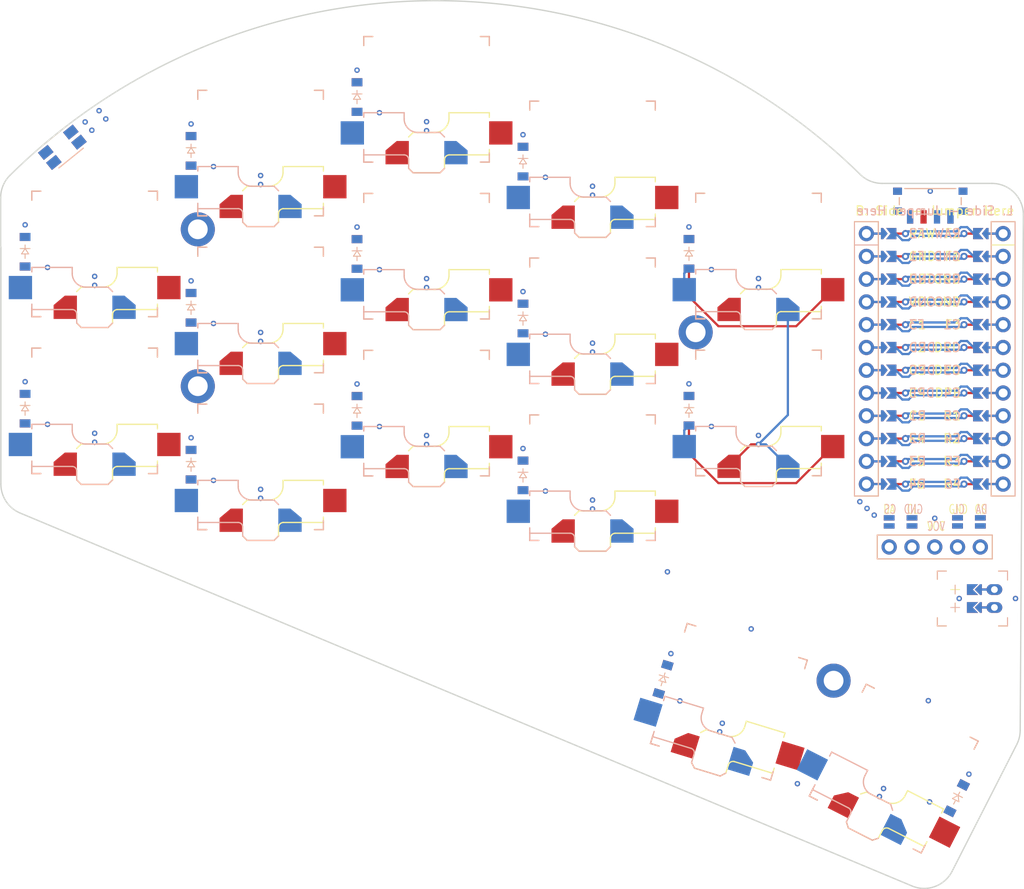
<source format=kicad_pcb>
(kicad_pcb (version 20211014) (generator pcbnew)
  (title_block (title "snak") (rev "0.2.1") (company "JackMatanky"))
  (layers (0 "F.Cu" signal) (31 "B.Cu" signal) (34 "B.Paste" user) (35 "F.Paste" user) (36 "B.SilkS" user "B.Silkscreen") (37 "F.SilkS" user "F.Silkscreen") (38 "B.Mask" user) (39 "F.Mask" user) (44 "Edge.Cuts" user))
  (net 0 "")
  (net 1 "C1")
  (net 2 "pinky_mid")
  (net 3 "pinky_top")
  (net 4 "ring_bot")
  (net 5 "C2")
  (net 6 "ring_mid")
  (net 7 "ring_top")
  (net 8 "middle_bot")
  (net 9 "C3")
  (net 10 "middle_mid")
  (net 11 "middle_top")
  (net 12 "index_bot")
  (net 13 "C4")
  (net 14 "index_mid")
  (net 15 "index_top")
  (net 16 "C5")
  (net 17 "inner_mid")
  (net 18 "inner_top")
  (net 19 "out_home")
  (net 20 "in_home")
  (net 21 "R2")
  (net 22 "R1")
  (net 23 "R3")
  (net 24 "R4")
  (net 25 "RAW")
  (net 26 "GND")
  (net 27 "RST")
  (net 28 "VCC")
  (net 29 "F4")
  (net 30 "F5")
  (net 31 "F6")
  (net 32 "F2")
  (net 33 "F1")
  (net 34 "F3")
  (net 35 "DPD")
  (net 36 "DPC")
  (net 37 "DPE")
  (net 38 "MCU1_24")
  (net 39 "MCU1_1")
  (net 40 "MCU1_23")
  (net 41 "MCU1_2")
  (net 42 "MCU1_22")
  (net 43 "MCU1_3")
  (net 44 "MCU1_21")
  (net 45 "MCU1_4")
  (net 46 "MCU1_20")
  (net 47 "MCU1_5")
  (net 48 "MCU1_19")
  (net 49 "MCU1_6")
  (net 50 "MCU1_18")
  (net 51 "MCU1_7")
  (net 52 "MCU1_17")
  (net 53 "MCU1_8")
  (net 54 "MCU1_16")
  (net 55 "MCU1_9")
  (net 56 "MCU1_15")
  (net 57 "MCU1_10")
  (net 58 "MCU1_14")
  (net 59 "MCU1_11")
  (net 60 "MCU1_13")
  (net 61 "MCU1_12")
  (net 62 "DISP1_1")
  (net 63 "DISP1_2")
  (net 64 "DISP1_4")
  (net 65 "DISP1_5")
  (net 66 "pos")
  (net 67 "JST1_1")
  (net 68 "JST1_2")
  (footprint "nice_nano" (layer "F.Cu") (at 193.65 75.430714)
    (fp_text reference "MCU1" hide)
    (fp_text value "")
  )
  (footprint "VIA-0.6mm" (layer "F.Cu") (at 118.5 73.75)
    (fp_text reference "REF**" hide)
    (fp_text value "VIA-0.6mm" hide)
  )
  (footprint "VIA-0.6mm" (layer "F.Cu") (at 113.25 55.25)
    (fp_text reference "REF**" hide)
    (fp_text value "VIA-0.6mm" hide)
  )
  (footprint "PG1350" (layer "F.Cu") (at 174 65.235714 180)
    (fp_text reference "S13" hide)
    (fp_text value "")
  )
  (footprint "VIA-0.6mm" (layer "F.Cu") (at 169.969071 117.340762 -17)
    (fp_text reference "REF**" hide)
    (fp_text value "VIA-0.6mm" hide)
  )
  (footprint "VIA-0.6mm" (layer "F.Cu") (at 186.9 94.130714)
    (fp_text reference "REF**" hide)
    (fp_text value "VIA-0.6mm" hide)
  )
  (footprint "PG1350" (layer "F.Cu") (at 118.5 53.75 180)
    (fp_text reference "S5" hide)
    (fp_text value "")
  )
  (footprint "power_switch" (layer "F.Cu") (at 193.15 59.130714 90)
    (fp_text reference "SW1" hide)
    (fp_text value "")
  )
  (footprint "PG1350" (layer "F.Cu") (at 155.5 72.45 180)
    (fp_text reference "S10" hide)
    (fp_text value "")
  )
  (footprint "PG1350" (layer "F.Cu") (at 155.5 89.95 180)
    (fp_text reference "S9" hide)
    (fp_text value "")
  )
  (footprint "VIA-0.6mm" (layer "F.Cu") (at 193.15 57.993214 90)
    (fp_text reference "REF**" hide)
    (fp_text value "VIA-0.6mm" hide)
  )
  (footprint "VIA-0.6mm" (layer "F.Cu") (at 166.25 61.985714)
    (fp_text reference "REF**" hide)
    (fp_text value "VIA-0.6mm" hide)
  )
  (footprint "VIA-0.6mm" (layer "F.Cu") (at 137 85.25)
    (fp_text reference "REF**" hide)
    (fp_text value "VIA-0.6mm" hide)
  )
  (footprint "ComboDiode" (layer "F.Cu") (at 163.361731 112.445043 -107)
    (fp_text reference "D14" hide)
    (fp_text value "" hide)
  )
  (footprint "VIA-0.6mm" (layer "F.Cu") (at 137 67.75)
    (fp_text reference "REF**" hide)
    (fp_text value "VIA-0.6mm" hide)
  )
  (footprint "VIA-0.6mm" (layer "F.Cu") (at 193.65 94.480714)
    (fp_text reference "REF**" hide)
    (fp_text value "VIA-0.6mm" hide)
  )
  (footprint "VIA-0.6mm" (layer "F.Cu") (at 163.85 100.45)
    (fp_text reference "REF**" hide)
    (fp_text value "VIA-0.6mm" hide)
  )
  (footprint "VIA-0.6mm" (layer "F.Cu") (at 113.25 72.75)
    (fp_text reference "REF**" hide)
    (fp_text value "VIA-0.6mm" hide)
  )
  (footprint "VIA-0.6mm" (layer "F.Cu") (at 101.243035 49.94381 129)
    (fp_text reference "REF**" hide)
    (fp_text value "VIA-0.6mm" hide)
  )
  (footprint "VIA-0.6mm" (layer "F.Cu") (at 137 51.25)
    (fp_text reference "REF**" hide)
    (fp_text value "VIA-0.6mm" hide)
  )
  (footprint "VIA-0.6mm" (layer "F.Cu") (at 118.5 92.25)
    (fp_text reference "REF**" hide)
    (fp_text value "VIA-0.6mm" hide)
  )
  (footprint "VIA-0.6mm" (layer "F.Cu") (at 150.25 73.95)
    (fp_text reference "REF**" hide)
    (fp_text value "VIA-0.6mm" hide)
  )
  (footprint "VIA-0.6mm" (layer "F.Cu") (at 147.75 51.7)
    (fp_text reference "REF**" hide)
    (fp_text value "VIA-0.6mm" hide)
  )
  (footprint "ComboDiode" (layer "F.Cu") (at 166.25 82.485714 -90)
    (fp_text reference "D12" hide)
    (fp_text value "" hide)
  )
  (footprint "VIA-0.6mm" (layer "F.Cu") (at 118.5 74.75)
    (fp_text reference "REF**" hide)
    (fp_text value "VIA-0.6mm" hide)
  )
  (footprint "ComboDiode" (layer "F.Cu") (at 129.25 65 -90)
    (fp_text reference "D7" hide)
    (fp_text value "" hide)
  )
  (footprint "VIA-0.6mm" (layer "F.Cu") (at 166.25 79.485714)
    (fp_text reference "REF**" hide)
    (fp_text value "VIA-0.6mm" hide)
  )
  (footprint "nice!view" (layer "F.Cu") (at 193.65 80.980714)
    (fp_text reference "DISP1" hide)
    (fp_text value "")
  )
  (footprint "VIA-0.6mm" (layer "F.Cu") (at 129.25 44.5)
    (fp_text reference "REF**" hide)
    (fp_text value "VIA-0.6mm" hide)
  )
  (footprint "VIA-0.6mm" (layer "F.Cu") (at 164.238846 109.576129 -17)
    (fp_text reference "REF**" hide)
    (fp_text value "VIA-0.6mm" hide)
  )
  (footprint "PG1350" (layer "F.Cu") (at 170.7 114.95 163)
    (fp_text reference "S14" hide)
    (fp_text value "")
  )
  (footprint "VIA-0.6mm" (layer "F.Cu") (at 94.75 84)
    (fp_text reference "REF**" hide)
    (fp_text value "VIA-0.6mm" hide)
  )
  (footprint "VIA-0.6mm" (layer "F.Cu") (at 187.940392 124.625391 -27)
    (fp_text reference "REF**" hide)
    (fp_text value "VIA-0.6mm" hide)
  )
  (footprint "sw_reset_side" (layer "F.Cu") (at 96.4 53.1 129)
    (fp_text reference "SW2" hide)
    (fp_text value "")
  )
  (footprint "VIA-0.6mm" (layer "F.Cu") (at 100 68.5)
    (fp_text reference "REF**" hide)
    (fp_text value "VIA-0.6mm" hide)
  )
  (footprint "mounting_hole" (layer "F.Cu") (at 182.374065 112.593533 -17)
    (fp_text reference "H4" hide)
    (fp_text value "")
  )
  (footprint "VIA-0.6mm" (layer "F.Cu") (at 155.5 93.45)
    (fp_text reference "REF**" hide)
    (fp_text value "VIA-0.6mm" hide)
  )
  (footprint "VIA-0.6mm" (layer "F.Cu") (at 155.5 57.45)
    (fp_text reference "REF**" hide)
    (fp_text value "VIA-0.6mm" hide)
  )
  (footprint "VIA-0.6mm" (layer "F.Cu") (at 129.25 79.5)
    (fp_text reference "REF**" hide)
    (fp_text value "VIA-0.6mm" hide)
  )
  (footprint "VIA-0.6mm" (layer "F.Cu") (at 94.75 66.5)
    (fp_text reference "REF**" hide)
    (fp_text value "VIA-0.6mm" hide)
  )
  (footprint "PG1350" (layer "F.Cu") (at 100 65 180)
    (fp_text reference "S2" hide)
    (fp_text value "")
  )
  (footprint "VIA-0.6mm" (layer "F.Cu") (at 110.75 85.5)
    (fp_text reference "REF**" hide)
    (fp_text value "VIA-0.6mm" hide)
  )
  (footprint "VIA-0.6mm" (layer "F.Cu") (at 196.375 103.430714 -90)
    (fp_text reference "REF**" hide)
    (fp_text value "VIA-0.6mm" hide)
  )
  (footprint "ComboDiode" (layer "F.Cu") (at 147.75 72.2 -90)
    (fp_text reference "D10" hide)
    (fp_text value "" hide)
  )
  (footprint "ComboDiode" (layer "F.Cu") (at 147.75 54.7 -90)
    (fp_text reference "D11" hide)
    (fp_text value "" hide)
  )
  (footprint "mounting_hole" (layer "F.Cu") (at 111.5 62.25)
    (fp_text reference "H1" hide)
    (fp_text value "")
  )
  (footprint "VIA-0.6mm" (layer "F.Cu") (at 98.939852 50.277647 129)
    (fp_text reference "REF**" hide)
    (fp_text value "VIA-0.6mm" hide)
  )
  (footprint "VIA-0.6mm" (layer "F.Cu") (at 113.25 90.25)
    (fp_text reference "REF**" hide)
    (fp_text value "VIA-0.6mm" hide)
  )
  (footprint "VIA-0.6mm" (layer "F.Cu") (at 155.5 74.95)
    (fp_text reference "REF**" hide)
    (fp_text value "VIA-0.6mm" hide)
  )
  (footprint "PG1350" (layer "F.Cu") (at 189.075368 122.397875 153)
    (fp_text reference "S15" hide)
    (fp_text value "")
  )
  (footprint "PG1350" (layer "F.Cu") (at 100 82.5 180)
    (fp_text reference "S1" hide)
    (fp_text value "")
  )
  (footprint "VIA-0.6mm" (layer "F.Cu") (at 100 86)
    (fp_text reference "REF**" hide)
    (fp_text value "VIA-0.6mm" hide)
  )
  (footprint "VIA-0.6mm" (layer "F.Cu") (at 174 86.235714)
    (fp_text reference "REF**" hide)
    (fp_text value "VIA-0.6mm" hide)
  )
  (footprint "VIA-0.6mm" (layer "F.Cu") (at 100.494144 49.019006 129)
    (fp_text reference "REF**" hide)
    (fp_text value "VIA-0.6mm" hide)
  )
  (footprint "VIA-0.6mm" (layer "F.Cu") (at 131.75 84.25)
    (fp_text reference "REF**" hide)
    (fp_text value "VIA-0.6mm" hide)
  )
  (footprint "JST_PH_S2B-PH-K" (layer "F.Cu") (at 200.3 103.430714 -90)
    (fp_text reference "JST1" hide)
    (fp_text value "")
  )
  (footprint "VIA-0.6mm" (layer "F.Cu") (at 137 86.25)
    (fp_text reference "REF**" hide)
    (fp_text value "VIA-0.6mm" hide)
  )
  (footprint "VIA-0.6mm" (layer "F.Cu") (at 110.75 68)
    (fp_text reference "REF**" hide)
    (fp_text value "VIA-0.6mm" hide)
  )
  (footprint "ComboDiode" (layer "F.Cu") (at 110.75 71 -90)
    (fp_text reference "D4" hide)
    (fp_text value "" hide)
  )
  (footprint "VIA-0.6mm" (layer "F.Cu") (at 197.456138 123.02053 -27)
    (fp_text reference "REF**" hide)
    (fp_text value "VIA-0.6mm" hide)
  )
  (footprint "VIA-0.6mm" (layer "F.Cu") (at 178.338724 124.082389 -17)
    (fp_text reference "REF**" hide)
    (fp_text value "VIA-0.6mm" hide)
  )
  (footprint "VIA-0.6mm" (layer "F.Cu") (at 193.072167 126.117834 -27)
    (fp_text reference "REF**" hide)
    (fp_text value "VIA-0.6mm" hide)
  )
  (footprint "VIA-0.6mm" (layer "F.Cu") (at 100 67.5)
    (fp_text reference "REF**" hide)
    (fp_text value "VIA-0.6mm" hide)
  )
  (footprint "VIA-0.6mm" (layer "F.Cu") (at 155.5 92.45)
    (fp_text reference "REF**" hide)
    (fp_text value "VIA-0.6mm" hide)
  )
  (footprint "PG1350" (layer "F.Cu") (at 155.5 54.95 180)
    (fp_text reference "S11" hide)
    (fp_text value "")
  )
  (footprint "mounting_hole" (layer "F.Cu") (at 167 73.735714)
    (fp_text reference "H3" hide)
    (fp_text value "")
  )
  (footprint "PG1350" (layer "F.Cu") (at 118.5 88.75 180)
    (fp_text reference "S3" hide)
    (fp_text value "")
  )
  (footprint "VIA-0.6mm" (layer "F.Cu") (at 92.25 61.75)
    (fp_text reference "REF**" hide)
    (fp_text value "VIA-0.6mm" hide)
  )
  (footprint "VIA-0.6mm" (layer "F.Cu") (at 174 85.235714)
    (fp_text reference "REF**" hide)
    (fp_text value "VIA-0.6mm" hide)
  )
  (footprint "VIA-0.6mm" (layer "F.Cu") (at 100 85)
    (fp_text reference "REF**" hide)
    (fp_text value "VIA-0.6mm" hide)
  )
  (footprint "VIA-0.6mm" (layer "F.Cu") (at 168.75 84.235714)
    (fp_text reference "REF**" hide)
    (fp_text value "VIA-0.6mm" hide)
  )
  (footprint "ComboDiode" (layer "F.Cu") (at 166.25 64.985714 -90)
    (fp_text reference "D13" hide)
    (fp_text value "" hide)
  )
  (footprint "ComboDiode" (layer "F.Cu") (at 196.094167 125.693549 -117)
    (fp_text reference "D15" hide)
    (fp_text value "" hide)
  )
  (footprint "ComboDiode" (layer "F.Cu") (at 129.25 47.5 -90)
    (fp_text reference "D8" hide)
    (fp_text value "" hide)
  )
  (footprint "VIA-0.6mm" (layer "F.Cu") (at 147.75 69.2)
    (fp_text reference "REF**" hide)
    (fp_text value "VIA-0.6mm" hide)
  )
  (footprint "VIA-0.6mm" (layer "F.Cu") (at 150.25 56.45)
    (fp_text reference "REF**" hide)
    (fp_text value "VIA-0.6mm" hide)
  )
  (footprint "VIA-0.6mm" (layer "F.Cu") (at 129.25 62)
    (fp_text reference "REF**" hide)
    (fp_text value "VIA-0.6mm" hide)
  )
  (footprint "ComboDiode" (layer "F.Cu") (at 110.75 53.5 -90)
    (fp_text reference "D5" hide)
    (fp_text value "" hide)
  )
  (footprint "VIA-0.6mm" (layer "F.Cu") (at 99.688743 51.20245 129)
    (fp_text reference "REF**" hide)
    (fp_text value "VIA-0.6mm" hide)
  )
  (footprint "ComboDiode" (layer "F.Cu") (at 110.75 88.5 -90)
    (fp_text reference "D3" hide)
    (fp_text value "" hide)
  )
  (footprint "VIA-0.6mm" (layer "F.Cu") (at 155.5 75.95)
    (fp_text reference "REF**" hide)
    (fp_text value "VIA-0.6mm" hide)
  )
  (footprint "PG1350" (layer "F.Cu") (at 118.5 71.25 180)
    (fp_text reference "S4" hide)
    (fp_text value "")
  )
  (footprint "PG1350" (layer "F.Cu") (at 137 82.75 180)
    (fp_text reference "S6" hide)
    (fp_text value "")
  )
  (footprint "VIA-0.6mm" (layer "F.Cu") (at 118.5 56.25)
    (fp_text reference "REF**" hide)
    (fp_text value "VIA-0.6mm" hide)
  )
  (footprint "VIA-0.6mm" (layer "F.Cu") (at 110.75 50.5)
    (fp_text reference "REF**" hide)
    (fp_text value "VIA-0.6mm" hide)
  )
  (footprint "VIA-0.6mm" (layer "F.Cu") (at 131.75 66.75)
    (fp_text reference "REF**" hide)
    (fp_text value "VIA-0.6mm" hide)
  )
  (footprint "VIA-0.6mm" (layer "F.Cu") (at 118.5 57.25)
    (fp_text reference "REF**" hide)
    (fp_text value "VIA-0.6mm" hide)
  )
  (footprint "PG1350" (layer "F.Cu") (at 137 65.25 180)
    (fp_text reference "S7" hide)
    (fp_text value "")
  )
  (footprint "ComboDiode" (layer "F.Cu") (at 92.25 64.75 -90)
    (fp_text reference "D2" hide)
    (fp_text value "" hide)
  )
  (footprint "ComboDiode" (layer "F.Cu") (at 129.25 82.5 -90)
    (fp_text reference "D6" hide)
    (fp_text value "" hide)
  )
  (footprint "VIA-0.6mm" (layer "F.Cu") (at 155.5 58.45)
    (fp_text reference "REF**" hide)
    (fp_text value "VIA-0.6mm" hide)
  )
  (footprint "VIA-0.6mm" (layer "F.Cu") (at 169.676699 118.297067 -17)
    (fp_text reference "REF**" hide)
    (fp_text value "VIA-0.6mm" hide)
  )
  (footprint "VIA-0.6mm" (layer "F.Cu") (at 92.25 79.25)
    (fp_text reference "REF**" hide)
    (fp_text value "VIA-0.6mm" hide)
  )
  (footprint "VIA-0.6mm" (layer "F.Cu") (at 137 50.25)
    (fp_text reference "REF**" hide)
    (fp_text value "VIA-0.6mm" hide)
  )
  (footprint "VIA-0.6mm" (layer "F.Cu") (at 118.5 91.25)
    (fp_text reference "REF**" hide)
    (fp_text value "VIA-0.6mm" hide)
  )
  (footprint "VIA-0.6mm" (layer "F.Cu") (at 202.65 103.430714 -90)
    (fp_text reference "REF**" hide)
    (fp_text value "VIA-0.6mm" hide)
  )
  (footprint "PG1350" (layer "F.Cu") (at 174 82.735714 180)
    (fp_text reference "S12" hide)
    (fp_text value "")
  )
  (footprint "VIA-0.6mm" (layer "F.Cu") (at 174 67.735714)
    (fp_text reference "REF**" hide)
    (fp_text value "VIA-0.6mm" hide)
  )
  (footprint "VIA-0.6mm" (layer "F.Cu") (at 173.18516 106.82141 -17)
    (fp_text reference "REF**" hide)
    (fp_text value "VIA-0.6mm" hide)
  )
  (footprint "VIA-0.6mm" (layer "F.Cu") (at 192.934288 114.824319 -27)
    (fp_text reference "REF**" hide)
    (fp_text value "VIA-0.6mm" hide)
  )
  (footprint "VIA-0.6mm" (layer "F.Cu") (at 150.25 91.45)
    (fp_text reference "REF**" hide)
    (fp_text value "VIA-0.6mm" hide)
  )
  (footprint "VIA-0.6mm" (layer "F.Cu") (at 186.1 93.380714)
    (fp_text reference "REF**" hide)
    (fp_text value "VIA-0.6mm" hide)
  )
  (footprint "ComboDiode" (layer "F.Cu") (at 147.75 89.7 -90)
    (fp_text reference "D9" hide)
    (fp_text value "" hide)
  )
  (footprint "VIA-0.6mm" (layer "F.Cu") (at 147.75 86.7)
    (fp_text reference "REF**" hide)
    (fp_text value "VIA-0.6mm" hide)
  )
  (footprint "VIA-0.6mm" (layer "F.Cu") (at 137 68.75)
    (fp_text reference "REF**" hide)
    (fp_text value "VIA-0.6mm" hide)
  )
  (footprint "VIA-0.6mm" (layer "F.Cu") (at 185.3 92.630714)
    (fp_text reference "REF**" hide)
    (fp_text value "VIA-0.6mm" hide)
  )
  (footprint "ComboDiode" (layer "F.Cu") (at 92.25 82.25 -90)
    (fp_text reference "D1" hide)
    (fp_text value "" hide)
  )
  (footprint "mounting_hole" (layer "F.Cu") (at 111.5 79.75)
    (fp_text reference "H2" hide)
    (fp_text value "")
  )
  (footprint "VIA-0.6mm" (layer "F.Cu") (at 187.486402 125.516397 -27)
    (fp_text reference "REF**" hide)
    (fp_text value "VIA-0.6mm" hide)
  )
  (footprint "VIA-0.6mm" (layer "F.Cu") (at 165.240843 114.849506 -17)
    (fp_text reference "REF**" hide)
    (fp_text value "VIA-0.6mm" hide)
  )
  (footprint "VIA-0.6mm" (layer "F.Cu") (at 174 68.735714)
    (fp_text reference "REF**" hide)
    (fp_text value "VIA-0.6mm" hide)
  )
  (footprint "VIA-0.6mm" (layer "F.Cu") (at 168.75 66.735714)
    (fp_text reference "REF**" hide)
    (fp_text value "VIA-0.6mm" hide)
  )
  (footprint "VIA-0.6mm" (layer "F.Cu") (at 131.75 49.25)
    (fp_text reference "REF**" hide)
    (fp_text value "VIA-0.6mm" hide)
  )
  (footprint "PG1350" (layer "F.Cu") (at 137 47.75 180)
    (fp_text reference "S8" hide)
    (fp_text value "")
  )
  (gr_arc (start 195.583627 133.85428) (mid 193.670659 135.551137) (end 191.114193 135.494096) (layer "Edge.Cuts") (width 0.15))
  (gr_line (start 202.790378 119.710234) (end 195.583627 133.85428) (layer "Edge.Cuts") (width 0.15))
  (gr_arc (start 90.565429 56.226968) (mid 137.928105 36.750037) (end 185.332163 56.126031) (layer "Edge.Cuts") (width 0.15))
  (gr_line (start 191.114193 135.494096) (end 91.699089 93.899171) (layer "Edge.Cuts") (width 0.15))
  (gr_arc (start 200.028236 57.130714) (mid 202.510769 58.163523) (end 203.528169 60.65241) (layer "Edge.Cuts") (width 0.15))
  (gr_arc (start 89.525 58.717052) (mid 89.795565 57.3677) (end 90.56543 56.226969) (layer "Edge.Cuts") (width 0.15))
  (gr_line (start 89.55 90.670388) (end 89.55 64.25) (layer "Edge.Cuts") (width 0.15))
  (gr_arc (start 203.171788 118.142963) (mid 203.072601 118.94887) (end 202.790378 119.710234) (layer "Edge.Cuts") (width 0.15))
  (gr_line (start 187.786423 57.130714) (end 200.028236 57.130714) (layer "Edge.Cuts") (width 0.15))
  (gr_line (start 89.525 64.25) (end 89.55 64.25) (layer "Edge.Cuts") (width 0.15))
  (gr_arc (start 187.786423 57.130714) (mid 186.460454 56.86982) (end 185.332163 56.126031) (layer "Edge.Cuts") (width 0.15))
  (gr_line (start 89.525 58.717052) (end 89.525 64.25) (layer "Edge.Cuts") (width 0.15))
  (gr_line (start 203.528169 60.65241) (end 203.171788 118.142963) (layer "Edge.Cuts") (width 0.15))
  (gr_arc (start 91.699089 93.899171) (mid 90.136395 92.609694) (end 89.55 90.670388) (layer "Edge.Cuts") (width 0.15))
  (segment (start 198.43 72.89) (end 196.91 72.89) (width 0.25) (layer "F.Cu") (net 1))
  (segment (start 196.66 73.14) (end 196.91 72.89) (width 0.25) (layer "B.Cu") (net 1))
  (segment (start 190.04 73.62) (end 190.74 73.62) (width 0.25) (layer "B.Cu") (net 1))
  (segment (start 189.31 72.89) (end 190.04 73.62) (width 0.25) (layer "B.Cu") (net 1))
  (segment (start 191.2 73.14) (end 196.66 73.14) (width 0.25) (layer "B.Cu") (net 1))
  (segment (start 191.11 73.23) (end 191.2 73.14) (width 0.25) (layer "B.Cu") (net 1))
  (segment (start 191.11 73.24) (end 191.11 73.23) (width 0.25) (layer "B.Cu") (net 1))
  (segment (start 190.74 73.62) (end 191.11 73.24) (width 0.25) (layer "B.Cu") (net 1))
  (segment (start 188.88 72.89) (end 189.31 72.89) (width 0.25) (layer "B.Cu") (net 1))
  (segment (start 198.43 75.43) (end 196.91 75.43) (width 0.25) (layer "F.Cu") (net 5))
  (segment (start 188.88 75.43) (end 189.31 75.43) (width 0.25) (layer "B.Cu") (net 5))
  (segment (start 190.74 76.16) (end 191.11 75.78) (width 0.25) (layer "B.Cu") (net 5))
  (segment (start 196.66 75.68) (end 196.91 75.43) (width 0.25) (layer "B.Cu") (net 5))
  (segment (start 191.2 75.68) (end 196.66 75.68) (width 0.25) (layer "B.Cu") (net 5))
  (segment (start 191.11 75.77) (end 191.2 75.68) (width 0.25) (layer "B.Cu") (net 5))
  (segment (start 190.04 76.16) (end 190.74 76.16) (width 0.25) (layer "B.Cu") (net 5))
  (segment (start 189.31 75.43) (end 190.04 76.16) (width 0.25) (layer "B.Cu") (net 5))
  (segment (start 191.11 75.78) (end 191.11 75.77) (width 0.25) (layer "B.Cu") (net 5))
  (segment (start 198.43 77.97) (end 196.91 77.97) (width 0.25) (layer "F.Cu") (net 9))
  (segment (start 191.11 78.32) (end 191.11 78.31) (width 0.25) (layer "B.Cu") (net 9))
  (segment (start 188.88 77.97) (end 189.31 77.97) (width 0.25) (layer "B.Cu") (net 9))
  (segment (start 190.74 78.7) (end 191.11 78.32) (width 0.25) (layer "B.Cu") (net 9))
  (segment (start 189.31 77.97) (end 190.04 78.7) (width 0.25) (layer "B.Cu") (net 9))
  (segment (start 191.2 78.22) (end 196.66 78.22) (width 0.25) (layer "B.Cu") (net 9))
  (segment (start 196.66 78.22) (end 196.91 77.97) (width 0.25) (layer "B.Cu") (net 9))
  (segment (start 190.04 78.7) (end 190.74 78.7) (width 0.25) (layer "B.Cu") (net 9))
  (segment (start 191.11 78.31) (end 191.2 78.22) (width 0.25) (layer "B.Cu") (net 9))
  (segment (start 198.43 80.51) (end 196.91 80.51) (width 0.25) (layer "F.Cu") (net 13))
  (segment (start 191.2 80.76) (end 196.66 80.76) (width 0.25) (layer "B.Cu") (net 13))
  (segment (start 196.66 80.76) (end 196.91 80.51) (width 0.25) (layer "B.Cu") (net 13))
  (segment (start 191.11 80.85) (end 191.2 80.76) (width 0.25) (layer "B.Cu") (net 13))
  (segment (start 191.11 80.86) (end 191.11 80.85) (width 0.25) (layer "B.Cu") (net 13))
  (segment (start 190.04 81.24) (end 190.74 81.24) (width 0.25) (layer "B.Cu") (net 13))
  (segment (start 188.88 80.51) (end 189.31 80.51) (width 0.25) (layer "B.Cu") (net 13))
  (segment (start 189.31 80.51) (end 190.04 81.24) (width 0.25) (layer "B.Cu") (net 13))
  (segment (start 190.74 81.24) (end 191.11 80.86) (width 0.25) (layer "B.Cu") (net 13))
  (segment (start 173.175 86.235714) (end 174 86.235714) (width 0.25) (layer "F.Cu") (net 16))
  (segment (start 198.43 83.05) (end 196.91 83.05) (width 0.25) (layer "F.Cu") (net 16))
  (segment (start 170.725 88.685714) (end 173.175 86.235714) (width 0.25) (layer "F.Cu") (net 16))
  (segment (start 191.11 83.4) (end 191.11 83.39) (width 0.25) (layer "B.Cu") (net 16))
  (segment (start 191.11 83.39) (end 191.2 83.3) (width 0.25) (layer "B.Cu") (net 16))
  (segment (start 190.04 83.78) (end 190.74 83.78) (width 0.25) (layer "B.Cu") (net 16))
  (segment (start 196.66 83.3) (end 196.91 83.05) (width 0.25) (layer "B.Cu") (net 16))
  (segment (start 177.275 88.685714) (end 174.825 86.235714) (width 0.25) (layer "B.Cu") (net 16))
  (segment (start 174.825 86.235714) (end 174 86.235714) (width 0.25) (layer "B.Cu") (net 16))
  (segment (start 174 86.235714) (end 177.275 82.960714) (width 0.25) (layer "B.Cu") (net 16))
  (segment (start 177.275 82.960714) (end 177.275 71.185714) (width 0.25) (layer "B.Cu") (net 16))
  (segment (start 189.31 83.05) (end 190.04 83.78) (width 0.25) (layer "B.Cu") (net 16))
  (segment (start 190.74 83.78) (end 191.11 83.4) (width 0.25) (layer "B.Cu") (net 16))
  (segment (start 188.88 83.05) (end 189.31 83.05) (width 0.25) (layer "B.Cu") (net 16))
  (segment (start 191.2 83.3) (end 196.66 83.3) (width 0.25) (layer "B.Cu") (net 16))
  (segment (start 166.25 87.270334) (end 166.25 84.135714) (width 0.25) (layer "F.Cu") (net 17))
  (segment (start 178.199999 90.560715) (end 169.540381 90.560715) (width 0.25) (layer "F.Cu") (net 17))
  (segment (start 169.540381 90.560715) (end 166.25 87.270334) (width 0.25) (layer "F.Cu") (net 17))
  (segment (start 182.275 86.485714) (end 178.199999 90.560715) (width 0.25) (layer "F.Cu") (net 17))
  (segment (start 165.725 84.660714) (end 166.25 84.135714) (width 0.25) (layer "B.Cu") (net 17))
  (segment (start 165.725 86.485714) (end 165.725 84.660714) (width 0.25) (layer "B.Cu") (net 17))
  (segment (start 182.275 68.985714) (end 178.199999 73.060715) (width 0.25) (layer "F.Cu") (net 18))
  (segment (start 178.199999 73.060715) (end 169.540381 73.060715) (width 0.25) (layer "F.Cu") (net 18))
  (segment (start 166.25 69.770334) (end 166.25 66.635714) (width 0.25) (layer "F.Cu") (net 18))
  (segment (start 169.540381 73.060715) (end 166.25 69.770334) (width 0.25) (layer "F.Cu") (net 18))
  (segment (start 165.725 68.985714) (end 165.725 67.160714) (width 0.25) (layer "B.Cu") (net 18))
  (segment (start 165.725 67.160714) (end 166.25 66.635714) (width 0.25) (layer "B.Cu") (net 18))
  (segment (start 188.88 85.59) (end 190.39 85.59) (width 0.25) (layer "F.Cu") (net 21))
  (segment (start 197.99 85.59) (end 197.26 84.87) (width 0.25) (layer "B.Cu") (net 21))
  (segment (start 190.64 85.34) (end 190.39 85.59) (width 0.25) (layer "B.Cu") (net 21))
  (segment (start 196.09 85.34) (end 190.64 85.34) (width 0.25) (layer "B.Cu") (net 21))
  (segment (start 198.43 85.59) (end 197.99 85.59) (width 0.25) (layer "B.Cu") (net 21))
  (segment (start 197.26 84.87) (end 196.56 84.87) (width 0.25) (layer "B.Cu") (net 21))
  (segment (start 196.56 84.87) (end 196.09 85.34) (width 0.25) (layer "B.Cu") (net 21))
  (segment (start 188.88 83.05) (end 190.39 83.05) (width 0.25) (layer "F.Cu") (net 22))
  (segment (start 198.43 83.05) (end 197.99 83.05) (width 0.25) (layer "B.Cu") (net 22))
  (segment (start 196.09 82.8) (end 190.64 82.8) (width 0.25) (layer "B.Cu") (net 22))
  (segment (start 197.99 83.05) (end 197.26 82.33) (width 0.25) (layer "B.Cu") (net 22))
  (segment (start 197.26 82.33) (end 196.56 82.33) (width 0.25) (layer "B.Cu") (net 22))
  (segment (start 190.64 82.8) (end 190.39 83.05) (width 0.25) (layer "B.Cu") (net 22))
  (segment (start 196.56 82.33) (end 196.09 82.8) (width 0.25) (layer "B.Cu") (net 22))
  (segment (start 188.88 88.13) (end 190.39 88.13) (width 0.25) (layer "F.Cu") (net 23))
  (segment (start 196.56 87.41) (end 196.09 87.88) (width 0.25) (layer "B.Cu") (net 23))
  (segment (start 198.43 88.13) (end 197.99 88.13) (width 0.25) (layer "B.Cu") (net 23))
  (segment (start 196.09 87.88) (end 190.64 87.88) (width 0.25) (layer "B.Cu") (net 23))
  (segment (start 190.64 87.88) (end 190.39 88.13) (width 0.25) (layer "B.Cu") (net 23))
  (segment (start 197.26 87.41) (end 196.56 87.41) (width 0.25) (layer "B.Cu") (net 23))
  (segment (start 197.99 88.13) (end 197.26 87.41) (width 0.25) (layer "B.Cu") (net 23))
  (segment (start 188.88 90.67) (end 190.39 90.67) (width 0.25) (layer "F.Cu") (net 24))
  (segment (start 190.64 90.42) (end 190.39 90.67) (width 0.25) (layer "B.Cu") (net 24))
  (segment (start 197.26 89.95) (end 196.56 89.95) (width 0.25) (layer "B.Cu") (net 24))
  (segment (start 198.43 90.67) (end 197.99 90.67) (width 0.25) (layer "B.Cu") (net 24))
  (segment (start 196.56 89.95) (end 196.09 90.42) (width 0.25) (layer "B.Cu") (net 24))
  (segment (start 196.09 90.42) (end 190.64 90.42) (width 0.25) (layer "B.Cu") (net 24))
  (segment (start 197.99 90.67) (end 197.26 89.95) (width 0.25) (layer "B.Cu") (net 24))
  (segment (start 198.43 62.73) (end 196.91 62.73) (width 0.25) (layer "F.Cu") (net 25))
  (segment (start 191.11 63.07) (end 191.2 62.98) (width 0.25) (layer "B.Cu") (net 25))
  (segment (start 196.66 62.98) (end 196.91 62.73) (width 0.25) (layer "B.Cu") (net 25))
  (segment (start 190.74 63.46) (end 191.11 63.08) (width 0.25) (layer "B.Cu") (net 25))
  (segment (start 188.88 62.73) (end 189.31 62.73) (width 0.25) (layer "B.Cu") (net 25))
  (segment (start 189.31 62.73) (end 190.04 63.46) (width 0.25) (layer "B.Cu") (net 25))
  (segment (start 191.2 62.98) (end 196.66 62.98) (width 0.25) (layer "B.Cu") (net 25))
  (segment (start 190.04 63.46) (end 190.74 63.46) (width 0.25) (layer "B.Cu") (net 25))
  (segment (start 191.11 63.08) (end 191.11 63.07) (width 0.25) (layer "B.Cu") (net 25))
  (segment (start 188.88 70.35) (end 190.39 70.35) (width 0.25) (layer "F.Cu") (net 26))
  (segment (start 188.88 67.81) (end 190.39 67.81) (width 0.25) (layer "F.Cu") (net 26))
  (segment (start 198.43 65.27) (end 196.91 65.27) (width 0.25) (layer "F.Cu") (net 26))
  (segment (start 196.56 67.09) (end 196.09 67.56) (width 0.25) (layer "B.Cu") (net 26))
  (segment (start 191.11 65.62) (end 191.11 65.61) (width 0.25) (layer "B.Cu") (net 26))
  (segment (start 197.26 69.63) (end 196.56 69.63) (width 0.25) (layer "B.Cu") (net 26))
  (segment (start 197.26 67.09) (end 196.56 67.09) (width 0.25) (layer "B.Cu") (net 26))
  (segment (start 189.31 65.27) (end 190.04 66) (width 0.25) (layer "B.Cu") (net 26))
  (segment (start 197.99 67.81) (end 197.26 67.09) (width 0.25) (layer "B.Cu") (net 26))
  (segment (start 191.2 65.52) (end 196.66 65.52) (width 0.25) (layer "B.Cu") (net 26))
  (segment (start 197.99 70.35) (end 197.26 69.63) (width 0.25) (layer "B.Cu") (net 26))
  (segment (start 198.43 70.35) (end 197.99 70.35) (width 0.25) (layer "B.Cu") (net 26))
  (segment (start 191.11 65.61) (end 191.2 65.52) (width 0.25) (layer "B.Cu") (net 26))
  (segment (start 196.66 65.52) (end 196.91 65.27) (width 0.25) (layer "B.Cu") (net 26))
  (segment (start 196.56 69.63) (end 196.09 70.1) (width 0.25) (layer "B.Cu") (net 26))
  (segment (start 190.04 66) (end 190.74 66) (width 0.25) (layer "B.Cu") (net 26))
  (segment (start 190.64 67.56) (end 190.39 67.81) (width 0.25) (layer "B.Cu") (net 26))
  (segment (start 188.88 65.27) (end 189.31 65.27) (width 0.25) (layer "B.Cu") (net 26))
  (segment (start 190.64 70.1) (end 190.39 70.35) (width 0.25) (layer "B.Cu") (net 26))
  (segment (start 190.74 66) (end 191.11 65.62) (width 0.25) (layer "B.Cu") (net 26))
  (segment (start 196.09 67.56) (end 190.64 67.56) (width 0.25) (layer "B.Cu") (net 26))
  (segment (start 196.09 70.1) (end 190.64 70.1) (width 0.25) (layer "B.Cu") (net 26))
  (segment (start 198.43 67.81) (end 197.99 67.81) (width 0.25) (layer "B.Cu") (net 26))
  (segment (start 198.43 67.81) (end 196.91 67.81) (width 0.25) (layer "F.Cu") (net 27))
  (segment (start 191.11 68.16) (end 191.11 68.15) (width 0.25) (layer "B.Cu") (net 27))
  (segment (start 191.11 68.15) (end 191.2 68.06) (width 0.25) (layer "B.Cu") (net 27))
  (segment (start 190.74 68.54) (end 191.11 68.16) (width 0.25) (layer "B.Cu") (net 27))
  (segment (start 196.66 68.06) (end 196.91 67.81) (width 0.25) (layer "B.Cu") (net 27))
  (segment (start 188.88 67.81) (end 189.31 67.81) (width 0.25) (layer "B.Cu") (net 27))
  (segment (start 191.2 68.06) (end 196.66 68.06) (width 0.25) (layer "B.Cu") (net 27))
  (segment (start 189.31 67.81) (end 190.04 68.54) (width 0.25) (layer "B.Cu") (net 27))
  (segment (start 190.04 68.54) (end 190.74 68.54) (width 0.25) (layer "B.Cu") (net 27))
  (segment (start 198.43 70.35) (end 196.91 70.35) (width 0.25) (layer "F.Cu") (net 28))
  (segment (start 188.88 70.35) (end 189.31 70.35) (width 0.25) (layer "B.Cu") (net 28))
  (segment (start 196.66 70.6) (end 196.91 70.35) (width 0.25) (layer "B.Cu") (net 28))
  (segment (start 190.04 71.08) (end 190.74 71.08) (width 0.25) (layer "B.Cu") (net 28))
  (segment (start 191.11 70.69) (end 191.2 70.6) (width 0.25) (layer "B.Cu") (net 28))
  (segment (start 190.74 71.08) (end 191.11 70.7) (width 0.25) (layer "B.Cu") (net 28))
  (segment (start 189.31 70.35) (end 190.04 71.08) (width 0.25) (layer "B.Cu") (net 28))
  (segment (start 191.11 70.7) (end 191.11 70.69) (width 0.25) (layer "B.Cu") (net 28))
  (segment (start 191.2 70.6) (end 196.66 70.6) (width 0.25) (layer "B.Cu") (net 28))
  (segment (start 198.43 85.59) (end 196.91 85.59) (width 0.25) (layer "F.Cu") (net 29))
  (segment (start 190.74 86.32) (end 191.11 85.94) (width 0.25) (layer "B.Cu") (net 29))
  (segment (start 188.88 85.59) (end 189.31 85.59) (width 0.25) (layer "B.Cu") (net 29))
  (segment (start 191.2 85.84) (end 196.66 85.84) (width 0.25) (layer "B.Cu") (net 29))
  (segment (start 190.04 86.32) (end 190.74 86.32) (width 0.25) (layer "B.Cu") (net 29))
  (segment (start 191.11 85.94) (end 191.11 85.93) (width 0.25) (layer "B.Cu") (net 29))
  (segment (start 191.11 85.93) (end 191.2 85.84) (width 0.25) (layer "B.Cu") (net 29))
  (segment (start 196.66 85.84) (end 196.91 85.59) (width 0.25) (layer "B.Cu") (net 29))
  (segment (start 189.31 85.59) (end 190.04 86.32) (width 0.25) (layer "B.Cu") (net 29))
  (segment (start 198.43 88.13) (end 196.91 88.13) (width 0.25) (layer "F.Cu") (net 30))
  (segment (start 189.31 88.13) (end 190.04 88.86) (width 0.25) (layer "B.Cu") (net 30))
  (segment (start 190.04 88.86) (end 190.74 88.86) (width 0.25) (layer "B.Cu") (net 30))
  (segment (start 196.66 88.38) (end 196.91 88.13) (width 0.25) (layer "B.Cu") (net 30))
  (segment (start 191.11 88.47) (end 191.2 88.38) (width 0.25) (layer "B.Cu") (net 30))
  (segment (start 190.74 88.86) (end 191.11 88.48) (width 0.25) (layer "B.Cu") (net 30))
  (segment (start 191.2 88.38) (end 196.66 88.38) (width 0.25) (layer "B.Cu") (net 30))
  (segment (start 191.11 88.48) (end 191.11 88.47) (width 0.25) (layer "B.Cu") (net 30))
  (segment (start 188.88 88.13) (end 189.31 88.13) (width 0.25) (layer "B.Cu") (net 30))
  (segment (start 198.43 90.67) (end 196.91 90.67) (width 0.25) (layer "F.Cu") (net 31))
  (segment (start 188.88 90.67) (end 189.31 90.67) (width 0.25) (layer "B.Cu") (net 31))
  (segment (start 189.31 90.67) (end 190.04 91.4) (width 0.25) (layer "B.Cu") (net 31))
  (segment (start 190.74 91.4) (end 191.11 91.02) (width 0.25) (layer "B.Cu") (net 31))
  (segment (start 196.66 90.92) (end 196.91 90.67) (width 0.25) (layer "B.Cu") (net 31))
  (segment (start 191.11 91.01) (end 191.2 90.92) (width 0.25) (layer "B.Cu") (net 31))
  (segment (start 190.04 91.4) (end 190.74 91.4) (width 0.25) (layer "B.Cu") (net 31))
  (segment (start 191.2 90.92) (end 196.66 90.92) (width 0.25) (layer "B.Cu") (net 31))
  (segment (start 191.11 91.02) (end 191.11 91.01) (width 0.25) (layer "B.Cu") (net 31))
  (segment (start 188.88 62.73) (end 190.39 62.73) (width 0.25) (layer "F.Cu") (net 32))
  (segment (start 197.26 62.01) (end 196.56 62.01) (width 0.25) (layer "B.Cu") (net 32))
  (segment (start 196.56 62.01) (end 196.09 62.48) (width 0.25) (layer "B.Cu") (net 32))
  (segment (start 198.43 62.73) (end 197.99 62.73) (width 0.25) (layer "B.Cu") (net 32))
  (segment (start 190.64 62.48) (end 190.39 62.73) (width 0.25) (layer "B.Cu") (net 32))
  (segment (start 197.99 62.73) (end 197.26 62.01) (width 0.25) (layer "B.Cu") (net 32))
  (segment (start 196.09 62.48) (end 190.64 62.48) (width 0.25) (layer "B.Cu") (net 32))
  (segment (start 188.88 65.27) (end 190.39 65.27) (width 0.25) (layer "F.Cu") (net 33))
  (segment (start 190.64 65.02) (end 190.39 65.27) (width 0.25) (layer "B.Cu") (net 33))
  (segment (start 198.43 65.27) (end 197.99 65.27) (width 0.25) (layer "B.Cu") (net 33))
  (segment (start 196.56 64.55) (end 196.09 65.02) (width 0.25) (layer "B.Cu") (net 33))
  (segment (start 196.09 65.02) (end 190.64 65.02) (width 0.25) (layer "B.Cu") (net 33))
  (segment (start 197.99 65.27) (end 197.26 64.55) (width 0.25) (layer "B.Cu") (net 33))
  (segment (start 197.26 64.55) (end 196.56 64.55) (width 0.25) (layer "B.Cu") (net 33))
  (segment (start 188.88 72.89) (end 190.39 72.89) (width 0.25) (layer "F.Cu") (net 34))
  (segment (start 198.43 72.89) (end 197.99 72.89) (width 0.25) (layer "B.Cu") (net 34))
  (segment (start 196.09 72.64) (end 190.64 72.64) (width 0.25) (layer "B.Cu") (net 34))
  (segment (start 196.56 72.17) (end 196.09 72.64) (width 0.25) (layer "B.Cu") (net 34))
  (segment (start 197.99 72.89) (end 197.26 72.17) (width 0.25) (layer "B.Cu") (net 34))
  (segment (start 190.64 72.64) (end 190.39 72.89) (width 0.25) (layer "B.Cu") (net 34))
  (segment (start 197.26 72.17) (end 196.56 72.17) (width 0.25) (layer "B.Cu") (net 34))
  (segment (start 188.88 75.43) (end 190.39 75.43) (width 0.25) (layer "F.Cu") (net 35))
  (segment (start 197.26 74.71) (end 196.56 74.71) (width 0.25) (layer "B.Cu") (net 35))
  (segment (start 196.56 74.71) (end 196.09 75.18) (width 0.25) (layer "B.Cu") (net 35))
  (segment (start 196.09 75.18) (end 190.64 75.18) (width 0.25) (layer "B.Cu") (net 35))
  (segment (start 198.43 75.43) (end 197.99 75.43) (width 0.25) (layer "B.Cu") (net 35))
  (segment (start 190.64 75.18) (end 190.39 75.43) (width 0.25) (layer "B.Cu") (net 35))
  (segment (start 197.99 75.43) (end 197.26 74.71) (width 0.25) (layer "B.Cu") (net 35))
  (segment (start 188.88 77.97) (end 190.39 77.97) (width 0.25) (layer "F.Cu") (net 36))
  (segment (start 197.99 77.97) (end 197.26 77.25) (width 0.25) (layer "B.Cu") (net 36))
  (segment (start 198.43 77.97) (end 197.99 77.97) (width 0.25) (layer "B.Cu") (net 36))
  (segment (start 197.26 77.25) (end 196.56 77.25) (width 0.25) (layer "B.Cu") (net 36))
  (segment (start 196.56 77.25) (end 196.09 77.72) (width 0.25) (layer "B.Cu") (net 36))
  (segment (start 196.09 77.72) (end 190.64 77.72) (width 0.25) (layer "B.Cu") (net 36))
  (segment (start 190.64 77.72) (end 190.39 77.97) (width 0.25) (layer "B.Cu") (net 36))
  (segment (start 188.88 80.51) (end 190.39 80.51) (width 0.25) (layer "F.Cu") (net 37))
  (segment (start 190.64 80.26) (end 190.39 80.51) (width 0.25) (layer "B.Cu") (net 37))
  (segment (start 196.09 80.26) (end 190.64 80.26) (width 0.25) (layer "B.Cu") (net 37))
  (segment (start 197.99 80.51) (end 197.26 79.79) (width 0.25) (layer "B.Cu") (net 37))
  (segment (start 197.26 79.79) (end 196.56 79.79) (width 0.25) (layer "B.Cu") (net 37))
  (segment (start 196.56 79.79) (end 196.09 80.26) (width 0.25) (layer "B.Cu") (net 37))
  (segment (start 198.43 80.51) (end 197.99 80.51) (width 0.25) (layer "B.Cu") (net 37))
  (segment (start 186.03 62.73) (end 188.15 62.73) (width 0.25) (layer "F.Cu") (net 38))
  (segment (start 186.03 62.73) (end 188.15 62.73) (width 0.25) (layer "B.Cu") (net 38))
  (segment (start 199.15 62.73) (end 201.27 62.73) (width 0.25) (layer "F.Cu") (net 39))
  (segment (start 201.27 62.73) (end 199.15 62.73) (width 0.25) (layer "B.Cu") (net 39))
  (segment (start 186.03 65.27) (end 188.15 65.27) (width 0.25) (layer "F.Cu") (net 40))
  (segment (start 186.03 65.27) (end 188.15 65.27) (width 0.25) (layer "B.Cu") (net 40))
  (segment (start 199.15 65.27) (end 201.27 65.27) (width 0.25) (layer "F.Cu") (net 41))
  (segment (start 201.27 65.27) (end 199.15 65.27) (width 0.25) (layer "B.Cu") (net 41))
  (segment (start 186.03 67.81) (end 188.15 67.81) (width 0.25) (layer "F.Cu") (net 42))
  (segment (start 186.03 67.81) (end 188.15 67.81) (width 0.25) (layer "B.Cu") (net 42))
  (segment (start 199.15 67.81) (end 201.27 67.81) (width 0.25) (layer "F.Cu") (net 43))
  (segment (start 201.27 67.81) (end 199.15 67.81) (width 0.25) (layer "B.Cu") (net 43))
  (segment (start 186.03 70.35) (end 188.15 70.35) (width 0.25) (layer "F.Cu") (net 44))
  (segment (start 186.03 70.35) (end 188.15 70.35) (width 0.25) (layer "B.Cu") (net 44))
  (segment (start 199.15 70.35) (end 201.27 70.35) (width 0.25) (layer "F.Cu") (net 45))
  (segment (start 201.27 70.35) (end 199.15 70.35) (width 0.25) (layer "B.Cu") (net 45))
  (segment (start 186.03 72.89) (end 188.15 72.89) (width 0.25) (layer "F.Cu") (net 46))
  (segment (start 186.03 72.89) (end 188.15 72.89) (width 0.25) (layer "B.Cu") (net 46))
  (segment (start 199.15 72.89) (end 201.27 72.89) (width 0.25) (layer "F.Cu") (net 47))
  (segment (start 201.27 72.89) (end 199.15 72.89) (width 0.25) (layer "B.Cu") (net 47))
  (segment (start 186.03 75.43) (end 188.15 75.43) (width 0.25) (layer "F.Cu") (net 48))
  (segment (start 186.03 75.43) (end 188.15 75.43) (width 0.25) (layer "B.Cu") (net 48))
  (segment (start 199.15 75.43) (end 201.27 75.43) (width 0.25) (layer "F.Cu") (net 49))
  (segment (start 201.27 75.43) (end 199.15 75.43) (width 0.25) (layer "B.Cu") (net 49))
  (segment (start 186.03 77.97) (end 188.15 77.97) (width 0.25) (layer "F.Cu") (net 50))
  (segment (start 186.03 77.97) (end 188.15 77.97) (width 0.25) (layer "B.Cu") (net 50))
  (segment (start 199.15 77.97) (end 201.27 77.97) (width 0.25) (layer "F.Cu") (net 51))
  (segment (start 201.27 77.97) (end 199.15 77.97) (width 0.25) (layer "B.Cu") (net 51))
  (segment (start 186.03 80.51) (end 188.15 80.51) (width 0.25) (layer "F.Cu") (net 52))
  (segment (start 186.03 80.51) (end 188.15 80.51) (width 0.25) (layer "B.Cu") (net 52))
  (segment (start 199.15 80.51) (end 201.27 80.51) (width 0.25) (layer "F.Cu") (net 53))
  (segment (start 201.27 80.51) (end 199.15 80.51) (width 0.25) (layer "B.Cu") (net 53))
  (segment (start 186.03 83.05) (end 188.15 83.05) (width 0.25) (layer "F.Cu") (net 54))
  (segment (start 186.03 83.05) (end 188.15 83.05) (width 0.25) (layer "B.Cu") (net 54))
  (segment (start 199.15 83.05) (end 201.27 83.05) (width 0.25) (layer "F.Cu") (net 55))
  (segment (start 201.27 83.05) (end 199.15 83.05) (width 0.25) (layer "B.Cu") (net 55))
  (segment (start 186.03 85.59) (end 188.15 85.59) (width 0.25) (layer "F.Cu") (net 56))
  (segment (start 186.03 85.59) (end 188.15 85.59) (width 0.25) (layer "B.Cu") (net 56))
  (segment (start 199.15 85.59) (end 201.27 85.59) (width 0.25) (layer "F.Cu") (net 57))
  (segment (start 201.27 85.59) (end 199.15 85.59) (width 0.25) (layer "B.Cu") (net 57))
  (segment (start 186.03 88.13) (end 188.15 88.13) (width 0.25) (layer "F.Cu") (net 58))
  (segment (start 186.03 88.13) (end 188.15 88.13) (width 0.25) (layer "B.Cu") (net 58))
  (segment (start 199.15 88.13) (end 201.27 88.13) (width 0.25) (layer "F.Cu") (net 59))
  (segment (start 201.27 88.13) (end 199.15 88.13) (width 0.25) (layer "B.Cu") (net 59))
  (segment (start 186.03 90.67) (end 188.15 90.67) (width 0.25) (layer "F.Cu") (net 60))
  (segment (start 186.03 90.67) (end 188.15 90.67) (width 0.25) (layer "B.Cu") (net 60))
  (segment (start 199.15 90.67) (end 201.27 90.67) (width 0.25) (layer "F.Cu") (net 61))
  (segment (start 201.27 90.67) (end 199.15 90.67) (width 0.25) (layer "B.Cu") (net 61))
  (segment (start 198.5 102.431) (end 200.3 102.431) (width 0.25) (layer "F.Cu") (net 67))
  (segment (start 198.5 102.431) (end 200.3 102.431) (width 0.25) (layer "B.Cu") (net 67))
  (segment (start 198.5 104.431) (end 200.3 104.431) (width 0.25) (layer "F.Cu") (net 68))
  (segment (start 198.5 104.431) (end 200.3 104.431) (width 0.25) (layer "B.Cu") (net 68))
)
</source>
